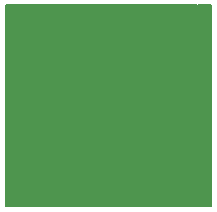
<source format=gbl>
*%FSLAX24Y24*%
*%MOIN*%
G01*
%ADD11C,0.0010*%
%ADD12C,0.0030*%
%ADD13C,0.0043*%
%ADD14C,0.0050*%
%ADD15C,0.0060*%
%ADD16C,0.0070*%
%ADD17C,0.0073*%
%ADD18C,0.0080*%
%ADD19C,0.0100*%
%ADD20C,0.0110*%
%ADD21C,0.0150*%
%ADD22C,0.0200*%
%ADD23C,0.0250*%
%ADD24C,0.0300*%
%ADD25C,0.0360*%
%ADD26C,0.0440*%
%ADD27C,0.0600*%
%ADD28R,0.0300X0.0300*%
%ADD29R,0.0380X0.0380*%
%ADD30R,0.0551X0.0453*%
%ADD31R,0.0631X0.0533*%
%ADD32O,0.0118X0.0354*%
%ADD33O,0.0198X0.0434*%
%ADD34O,0.0354X0.0118*%
%ADD35O,0.0434X0.0198*%
D16*
X15000Y12900D02*
X21370D01*
Y12950D02*
X15000D01*
Y13000D02*
X21370D01*
Y13050D02*
X15000D01*
Y13100D02*
X21370D01*
Y13150D02*
X15000D01*
Y13200D02*
X21370D01*
Y13250D02*
X15000D01*
Y13300D02*
X21370D01*
Y13350D02*
X15000D01*
Y13400D02*
X21370D01*
Y13450D02*
X15000D01*
Y13500D02*
X21370D01*
Y13550D02*
X15000D01*
Y13600D02*
X21370D01*
Y13650D02*
X15000D01*
Y13700D02*
X21370D01*
Y13750D02*
X15000D01*
Y13800D02*
X21370D01*
Y13850D02*
X15000D01*
Y13900D02*
X21370D01*
Y13950D02*
X15000D01*
Y14000D02*
X21370D01*
Y14050D02*
X15000D01*
Y14100D02*
X21370D01*
X15000Y13410D02*
Y18530D01*
Y19560D02*
Y12880D01*
Y14150D02*
X21370D01*
Y14200D02*
X15000D01*
Y14250D02*
X21370D01*
Y14300D02*
X15000D01*
Y14350D02*
X21370D01*
Y14400D02*
X15000D01*
Y14450D02*
X21370D01*
Y14500D02*
X15000D01*
Y14550D02*
X21370D01*
Y14600D02*
X15000D01*
Y14650D02*
X21370D01*
Y14700D02*
X15000D01*
Y14750D02*
X21370D01*
Y14800D02*
X15000D01*
Y14850D02*
X21370D01*
Y14900D02*
X15000D01*
Y14950D02*
X21370D01*
Y15000D02*
X15000D01*
Y15050D02*
X21370D01*
Y15100D02*
X15000D01*
Y15150D02*
X21370D01*
Y15200D02*
X15000D01*
Y15250D02*
X21370D01*
Y15300D02*
X15000D01*
Y15350D02*
X21370D01*
Y15400D02*
X15000D01*
Y15450D02*
X21370D01*
Y15500D02*
X15000D01*
Y15550D02*
X21370D01*
Y15600D02*
X15000D01*
Y15650D02*
X21370D01*
Y15700D02*
X15000D01*
Y15750D02*
X21370D01*
Y15800D02*
X15000D01*
Y15850D02*
X21370D01*
Y15900D02*
X15000D01*
Y15950D02*
X21370D01*
Y16000D02*
X15000D01*
Y16050D02*
X21370D01*
Y16100D02*
X15000D01*
Y16150D02*
X21370D01*
Y16200D02*
X15000D01*
Y16250D02*
X21370D01*
Y16300D02*
X15000D01*
Y16350D02*
X21370D01*
Y16400D02*
X15000D01*
Y16450D02*
X21370D01*
Y16500D02*
X15000D01*
Y16550D02*
X21370D01*
Y16600D02*
X15000D01*
Y16650D02*
X21370D01*
Y16700D02*
X15000D01*
Y16750D02*
X21370D01*
Y16800D02*
X15000D01*
Y16850D02*
X21370D01*
Y16900D02*
X15000D01*
Y16950D02*
X21370D01*
Y17000D02*
X15000D01*
Y17050D02*
X21370D01*
Y17100D02*
X15000D01*
Y17150D02*
X21370D01*
Y17200D02*
X15000D01*
Y17250D02*
X21370D01*
Y17300D02*
X15000D01*
Y17350D02*
X21370D01*
Y17400D02*
X15000D01*
Y17450D02*
X21370D01*
Y17500D02*
X15000D01*
Y17550D02*
X21370D01*
Y17600D02*
X15000D01*
Y17650D02*
X21370D01*
Y17700D02*
X15000D01*
Y18530D02*
Y18690D01*
Y18530D01*
Y17750D02*
X21370D01*
Y17800D02*
X15000D01*
Y18690D02*
Y19560D01*
Y17850D02*
X21370D01*
Y17900D02*
X15000D01*
Y17950D02*
X21370D01*
Y18000D02*
X15000D01*
Y18050D02*
X21370D01*
Y18100D02*
X15000D01*
Y18150D02*
X21370D01*
Y18200D02*
X15000D01*
Y18250D02*
X21370D01*
Y18300D02*
X15000D01*
Y18350D02*
X21370D01*
Y18400D02*
X15000D01*
Y18450D02*
X21370D01*
Y18500D02*
X15000D01*
Y18550D02*
X21370D01*
Y18600D02*
X15000D01*
Y18650D02*
X21370D01*
Y18700D02*
X15000D01*
Y18750D02*
X21370D01*
Y18800D02*
X15000D01*
Y18850D02*
X21370D01*
Y18900D02*
X15000D01*
Y18950D02*
X21370D01*
Y19000D02*
X15000D01*
Y19050D02*
X21370D01*
Y19100D02*
X15000D01*
Y19150D02*
X21370D01*
Y19200D02*
X15000D01*
Y19250D02*
X21370D01*
Y19300D02*
X15000D01*
Y19350D02*
X21370D01*
Y19400D02*
X15000D01*
Y19450D02*
X21370D01*
Y19500D02*
X15000D01*
Y19550D02*
X21370D01*
X15000Y13250D02*
Y12880D01*
X15050D02*
Y19560D01*
X15100D02*
Y12880D01*
X15150D02*
Y19560D01*
X15200D02*
Y12880D01*
X15250D02*
Y19560D01*
X15300D02*
Y12880D01*
X15350D02*
Y19560D01*
X15400D02*
Y12880D01*
X15450D02*
Y19560D01*
X15500D02*
Y12880D01*
X15550D02*
Y19560D01*
X15600D02*
Y12880D01*
X15650D02*
Y19560D01*
X15700D02*
Y12880D01*
X15750D02*
Y19560D01*
X15800D02*
Y12880D01*
X15850D02*
Y19560D01*
X15900D02*
Y12880D01*
X15950D02*
Y19560D01*
X16000D02*
Y12880D01*
X16050D02*
Y19560D01*
X16100D02*
Y12880D01*
X16150D02*
Y19560D01*
X16200D02*
Y12880D01*
X16250D02*
Y19560D01*
X16300D02*
Y12880D01*
X16350D02*
Y19560D01*
X16400D02*
Y12880D01*
X16450D02*
Y19560D01*
X16500D02*
Y12880D01*
X16550D02*
Y19560D01*
X16600D02*
Y12880D01*
X16650D02*
Y19560D01*
X16700D02*
Y12880D01*
X16750D02*
Y19560D01*
X15000Y12880D02*
X21370D01*
X16800D02*
Y19560D01*
X16850D02*
Y12880D01*
X16900D02*
Y19560D01*
X16950D02*
Y12880D01*
X17000D02*
Y19560D01*
X17050D02*
Y12880D01*
X17100D02*
Y19560D01*
X17150D02*
Y12880D01*
X17200D02*
Y19560D01*
X17250D02*
Y12880D01*
X17300D02*
Y19560D01*
X17350D02*
Y12880D01*
X17400D02*
Y19560D01*
X17450D02*
Y12880D01*
X17500D02*
Y19560D01*
X17550D02*
Y12880D01*
X17600D02*
Y19560D01*
X17650D02*
Y12880D01*
X17700D02*
Y19560D01*
X17750D02*
Y12880D01*
X17800D02*
Y19560D01*
X17850D02*
Y12880D01*
X17900D02*
Y19560D01*
X17950D02*
Y12880D01*
X18000D02*
Y19560D01*
X18050D02*
Y12880D01*
X18100D02*
Y19560D01*
X18150D02*
Y12880D01*
X18200D02*
Y19560D01*
X18250D02*
Y12880D01*
X18300D02*
Y19560D01*
X18350D02*
Y12880D01*
X18400D02*
Y19560D01*
X18450D02*
Y12880D01*
X18500D02*
Y19560D01*
X18550D02*
Y12880D01*
X15000Y13250D02*
Y13410D01*
Y13250D01*
X18600Y12880D02*
Y19560D01*
X18650D02*
Y12880D01*
X18700D02*
Y19560D01*
X18750D02*
Y12880D01*
X18800D02*
Y19560D01*
X18850D02*
Y12880D01*
X18900D02*
Y19560D01*
X18950D02*
Y12880D01*
X19000D02*
Y19560D01*
X19050D02*
Y12880D01*
X19100D02*
Y19560D01*
X19150D02*
Y12880D01*
X19200D02*
Y19560D01*
X19250D02*
Y12880D01*
X19300D02*
Y19560D01*
X19350D02*
Y12880D01*
X19400D02*
Y19560D01*
X19450D02*
Y12880D01*
X19500D02*
Y19560D01*
X19550D02*
Y12880D01*
X19600D02*
Y19560D01*
X19650D02*
Y12880D01*
X19700D02*
Y19560D01*
X19750D02*
Y12880D01*
X19800D02*
Y19560D01*
X19850D02*
Y12880D01*
X19900D02*
Y19560D01*
X19950D02*
Y12880D01*
X20000D02*
Y19560D01*
X20050D02*
Y12880D01*
X20100D02*
Y19560D01*
X20150D02*
Y12880D01*
X20200D02*
Y19560D01*
X20250D02*
Y12880D01*
X20300D02*
Y19560D01*
X20350D02*
Y12880D01*
X20400D02*
Y19560D01*
X20450D02*
Y12880D01*
X20500D02*
Y19560D01*
X21370Y17600D02*
Y12880D01*
X20550D02*
Y19560D01*
X21370Y17760D02*
Y17600D01*
Y17760D01*
Y18640D01*
Y18800D01*
Y18640D01*
X20600Y19560D02*
Y12880D01*
X20650D02*
Y19560D01*
X20700D02*
Y12880D01*
X20750D02*
Y19560D01*
X20800D02*
Y12880D01*
X20850D02*
Y19560D01*
X20900D02*
Y12880D01*
X21370Y19560D02*
X15000D01*
X20950D02*
Y12880D01*
X21000D02*
Y19560D01*
X21050D02*
Y12880D01*
X21100D02*
Y19560D01*
X21150D02*
Y12880D01*
X21200D02*
Y19560D01*
X21250D02*
Y12880D01*
X21300D02*
Y19560D01*
X21350D02*
Y12880D01*
X21370Y18800D02*
Y19560D01*
X21380Y12900D02*
X21830D01*
Y12950D02*
X21380D01*
Y13000D02*
X21830D01*
Y13050D02*
X21380D01*
Y13100D02*
X21830D01*
Y13150D02*
X21380D01*
Y13200D02*
X21830D01*
Y13250D02*
X21380D01*
Y13300D02*
X21830D01*
Y13350D02*
X21380D01*
Y13400D02*
X21830D01*
Y13450D02*
X21380D01*
Y13500D02*
X21830D01*
Y13550D02*
X21380D01*
Y13600D02*
X21830D01*
Y13650D02*
X21380D01*
Y13700D02*
X21830D01*
Y13750D02*
X21380D01*
Y13800D02*
X21830D01*
Y13850D02*
X21380D01*
Y13900D02*
X21830D01*
Y13950D02*
X21380D01*
Y14000D02*
X21830D01*
Y14050D02*
X21380D01*
Y14100D02*
X21830D01*
Y14150D02*
X21380D01*
Y14200D02*
X21830D01*
Y14250D02*
X21380D01*
Y14300D02*
X21830D01*
Y14350D02*
X21380D01*
Y14400D02*
X21830D01*
Y14450D02*
X21380D01*
Y14500D02*
X21830D01*
Y14550D02*
X21380D01*
Y14600D02*
X21830D01*
Y14650D02*
X21380D01*
Y14700D02*
X21830D01*
Y14750D02*
X21380D01*
Y14800D02*
X21830D01*
Y14850D02*
X21380D01*
Y14900D02*
X21830D01*
Y14950D02*
X21380D01*
Y15000D02*
X21830D01*
Y15050D02*
X21380D01*
Y15100D02*
X21830D01*
Y15150D02*
X21380D01*
Y15200D02*
X21830D01*
Y15250D02*
X21380D01*
Y15300D02*
X21830D01*
Y15350D02*
X21380D01*
Y15400D02*
X21830D01*
Y15450D02*
X21380D01*
Y15500D02*
X21830D01*
Y15550D02*
X21380D01*
Y15600D02*
X21830D01*
Y15650D02*
X21380D01*
Y15700D02*
X21830D01*
Y15750D02*
X21380D01*
Y15800D02*
X21830D01*
Y15850D02*
X21380D01*
Y15900D02*
X21830D01*
Y15950D02*
X21380D01*
Y16000D02*
X21830D01*
Y16050D02*
X21380D01*
Y16100D02*
X21830D01*
Y16150D02*
X21380D01*
Y16200D02*
X21830D01*
Y16250D02*
X21380D01*
Y16300D02*
X21830D01*
Y16350D02*
X21380D01*
Y16400D02*
X21830D01*
Y16450D02*
X21380D01*
Y16500D02*
X21830D01*
Y12880D02*
X21380D01*
Y16550D02*
X21830D01*
Y16600D02*
X21380D01*
Y16650D02*
X21830D01*
X21380Y19560D02*
Y12880D01*
X21400D02*
Y19560D01*
X21380Y16700D02*
X21830D01*
Y16750D02*
X21380D01*
Y16800D02*
X21830D01*
X21450Y19560D02*
Y12880D01*
X21500D02*
Y19560D01*
X21550D02*
Y12880D01*
X21600D02*
Y19560D01*
X21650D02*
Y12880D01*
X21700D02*
Y19560D01*
X21750D02*
Y12880D01*
X21800D02*
Y19560D01*
X21830D02*
Y12880D01*
Y16850D02*
X21380D01*
Y16900D02*
X21830D01*
Y16950D02*
X21380D01*
Y17000D02*
X21830D01*
Y17050D02*
X21380D01*
Y17100D02*
X21830D01*
Y17150D02*
X21380D01*
Y17200D02*
X21830D01*
Y17250D02*
X21380D01*
Y17300D02*
X21830D01*
Y17350D02*
X21380D01*
Y17400D02*
X21830D01*
Y17450D02*
X21380D01*
Y17500D02*
X21830D01*
Y17550D02*
X21380D01*
Y17600D02*
X21830D01*
Y17650D02*
X21380D01*
Y17700D02*
X21830D01*
Y17750D02*
X21380D01*
Y17800D02*
X21830D01*
Y17850D02*
X21380D01*
Y17900D02*
X21830D01*
Y17950D02*
X21380D01*
Y18000D02*
X21830D01*
Y18050D02*
X21380D01*
Y18100D02*
X21830D01*
Y18150D02*
X21380D01*
Y18200D02*
X21830D01*
Y18250D02*
X21380D01*
Y18300D02*
X21830D01*
Y18350D02*
X21380D01*
Y18400D02*
X21830D01*
Y18450D02*
X21380D01*
Y18500D02*
X21830D01*
Y18550D02*
X21380D01*
Y18600D02*
X21830D01*
Y18650D02*
X21380D01*
Y18700D02*
X21830D01*
Y18750D02*
X21380D01*
Y18800D02*
X21830D01*
Y18850D02*
X21380D01*
Y18900D02*
X21830D01*
Y18950D02*
X21380D01*
Y19000D02*
X21830D01*
Y19050D02*
X21380D01*
Y19100D02*
X21830D01*
Y19150D02*
X21380D01*
Y19200D02*
X21830D01*
Y19250D02*
X21380D01*
Y19300D02*
X21830D01*
Y19350D02*
X21380D01*
Y19400D02*
X21830D01*
Y19450D02*
X21380D01*
Y19500D02*
X21830D01*
Y19550D02*
X21380D01*
Y19560D02*
X21830D01*
D25*
X21680Y18640D02*
D03*
X19100Y18810D02*
D03*
X17240Y18650D02*
D03*
X21680Y13030D02*
D03*
X20040Y17870D02*
D03*
X19290D02*
D03*
Y15640D02*
D03*
X17110Y16300D02*
D03*
Y17210D02*
D03*
X15150Y16788D02*
D03*
X18430Y14060D02*
D03*
X16100Y14691D02*
D03*
X15981Y18168D02*
D03*
X18960Y13460D02*
D03*
X15630D02*
D03*
X17470Y16300D02*
D03*
Y17210D02*
D03*
X16100Y14060D02*
D03*
X20790Y15690D02*
D03*
X15150Y13030D02*
D03*
X20800Y17870D02*
D03*
X19100Y14680D02*
D03*
X18620Y17810D02*
D03*
Y15720D02*
D03*
X18060Y16550D02*
D03*
Y16910D02*
D03*
X19700Y14980D02*
D03*
X15150Y14990D02*
D03*
X18415Y19410D02*
D03*
X16782D02*
D03*
X20048D02*
D03*
X15150D02*
D03*
X21680D02*
D03*
X18415Y13030D02*
D03*
X16782D02*
D03*
X20048D02*
D03*
X21680Y14625D02*
D03*
X15150Y17920D02*
D03*
X21240Y16890D02*
D03*
X21680Y16220D02*
D03*
X20280Y14100D02*
D03*
X19290Y18320D02*
D03*
X20040D02*
D03*
X20800D02*
D03*
X21680Y16890D02*
D03*
X21240Y16220D02*
D03*
X20260Y15340D02*
D03*
X21670Y17870D02*
D03*
M02*

</source>
